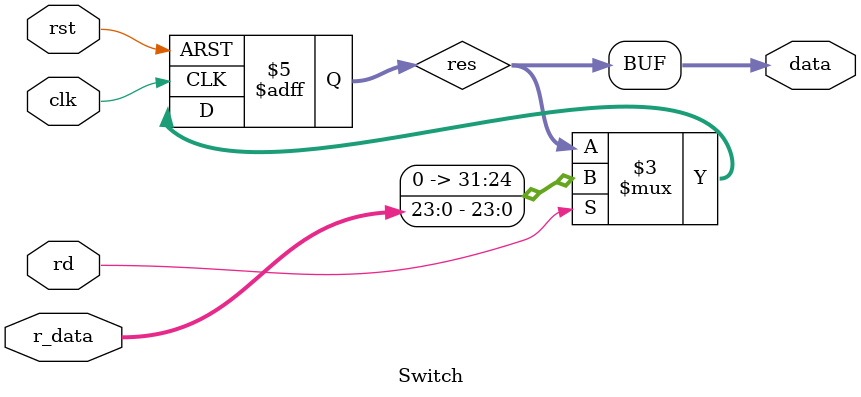
<source format=v>
`timescale 1ns / 1ps


module Switch(
       clk,rst,rd,data,r_data
    );
    input clk;                  //ʱ���ź�
    input rst;                  //��λ�ź�
    input rd;                   //���ź�
    output [31:0]data;
    input [23:0]r_data;
    reg [31:0]res;
    always @(negedge clk or posedge rst)begin
        if (rst)begin
            res<=0;
        end 
        else if (rd)begin
            res<={8'b00000000,r_data[23:0]};
        end
        else begin
            res<=res;
        end
    end
    assign data=res;
endmodule

</source>
